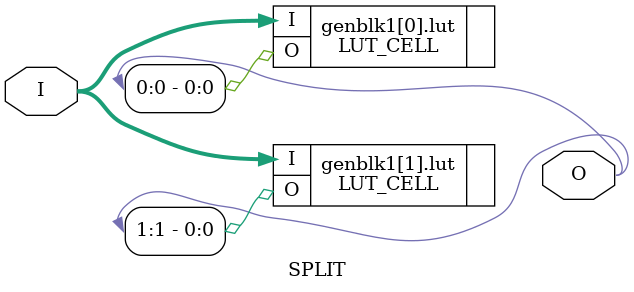
<source format=v>
`include "../lut_cell/lut_cell.sim.v"

(* FASM_LUT *)
module SPLIT(
    input  wire [3:0] I,
    output wire [1:0] O
);

    genvar i;
    generate for (i=0; i<2; i=i+1) begin

        // Lut fraction
        LUT_CELL lut (
            .I (I),
            .O (O[i])
        );

    end endgenerate

endmodule

</source>
